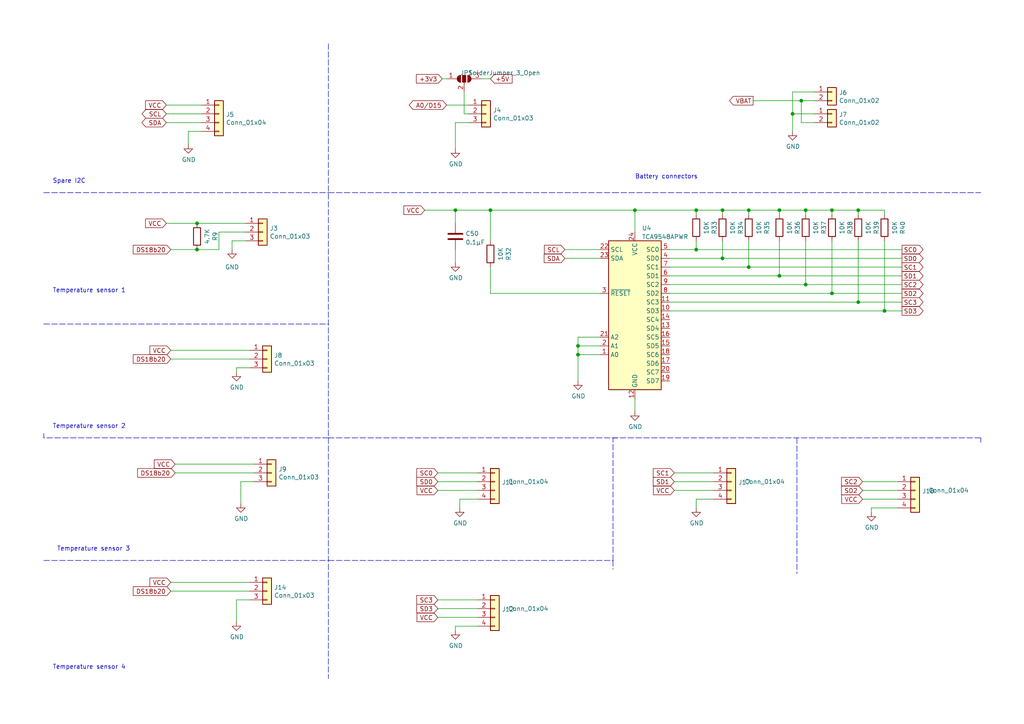
<source format=kicad_sch>
(kicad_sch (version 20211123) (generator eeschema)
  (paper "A4")
  (title_block (title "Open_beehive_scale_board") (date "2022-05-16") (rev "V0.1") (company "Ratamuse"))
  (lib_symbols
    (symbol "Connector_Generic:Conn_01x02" (pin_names (offset 1.016) hide)
      (property "Reference" "J" (at 0 2.54 0))
      (property "Value" "Conn_01x02" (at 0 -5.08 0))
      (symbol "Conn_01x02_1_1"
        (rectangle (start -1.27 -2.413) (end 0 -2.667) (stroke (width 0.1524)))
        (rectangle (start -1.27 0.127) (end 0 -0.127) (stroke (width 0.1524)))
        (rectangle (start -1.27 1.27) (end 1.27 -3.81) (stroke (width 0.254)) (fill (type background)))
        (pin passive line (at -5.08 0 0) (length 3.81) (name "Pin_1") (number "1"))
        (pin passive line (at -5.08 -2.54 0) (length 3.81) (name "Pin_2") (number "2"))
      )
    )
    (symbol "Connector_Generic:Conn_01x03" (pin_names (offset 1.016) hide)
      (property "Reference" "J" (at 0 5.08 0))
      (property "Value" "Conn_01x03" (at 0 -5.08 0))
      (symbol "Conn_01x03_1_1"
        (rectangle (start -1.27 -2.413) (end 0 -2.667) (stroke (width 0.1524)))
        (rectangle (start -1.27 0.127) (end 0 -0.127) (stroke (width 0.1524)))
        (rectangle (start -1.27 2.667) (end 0 2.413) (stroke (width 0.1524)))
        (rectangle (start -1.27 3.81) (end 1.27 -3.81) (stroke (width 0.254)) (fill (type background)))
        (pin passive line (at -5.08 2.54 0) (length 3.81) (name "Pin_1") (number "1"))
        (pin passive line (at -5.08 0 0) (length 3.81) (name "Pin_2") (number "2"))
        (pin passive line (at -5.08 -2.54 0) (length 3.81) (name "Pin_3") (number "3"))
      )
    )
    (symbol "Connector_Generic:Conn_01x04" (pin_names (offset 1.016) hide)
      (property "Reference" "J" (at 0 5.08 0))
      (property "Value" "Conn_01x04" (at 0 -7.62 0))
      (symbol "Conn_01x04_1_1"
        (rectangle (start -1.27 -4.953) (end 0 -5.207) (stroke (width 0.1524)))
        (rectangle (start -1.27 -2.413) (end 0 -2.667) (stroke (width 0.1524)))
        (rectangle (start -1.27 0.127) (end 0 -0.127) (stroke (width 0.1524)))
        (rectangle (start -1.27 2.667) (end 0 2.413) (stroke (width 0.1524)))
        (rectangle (start -1.27 3.81) (end 1.27 -6.35) (stroke (width 0.254)) (fill (type background)))
        (pin passive line (at -5.08 2.54 0) (length 3.81) (name "Pin_1") (number "1"))
        (pin passive line (at -5.08 0 0) (length 3.81) (name "Pin_2") (number "2"))
        (pin passive line (at -5.08 -2.54 0) (length 3.81) (name "Pin_3") (number "3"))
        (pin passive line (at -5.08 -5.08 0) (length 3.81) (name "Pin_4") (number "4"))
      )
    )
    (symbol "Device:C" (pin_numbers hide) (pin_names (offset 0.254))
      (property "Reference" "C" (at 0.635 2.54 0))
      (property "Value" "C" (at 0.635 -2.54 0))
      (symbol "C_0_1"
        (polyline (pts (xy -2.032 -0.762) (xy 2.032 -0.762)) (stroke (width 0.508)))
        (polyline (pts (xy -2.032 0.762) (xy 2.032 0.762)) (stroke (width 0.508)))
      )
      (symbol "C_1_1"
        (pin passive line (at 0 3.81 270) (length 2.794) (name "~") (number "1"))
        (pin passive line (at 0 -3.81 90) (length 2.794) (name "~") (number "2"))
      )
    )
    (symbol "Device:R" (pin_numbers hide) (pin_names (offset 0))
      (property "Reference" "R" (at 2.032 0 90))
      (property "Value" "R" (at 0 0 90))
      (symbol "R_0_1"
        (rectangle (start -1.016 -2.54) (end 1.016 2.54) (stroke (width 0.254)))
      )
      (symbol "R_1_1"
        (pin passive line (at 0 3.81 270) (length 1.27) (name "~") (number "1"))
        (pin passive line (at 0 -3.81 90) (length 1.27) (name "~") (number "2"))
      )
    )
    (symbol "Interface_Expansion:TCA9548APWR"
      (property "Reference" "U" (at -7.62 21.59 0))
      (property "Value" "TCA9548APWR" (at 1.016 21.59 0))
      (symbol "TCA9548APWR_0_1"
        (rectangle (start -7.62 20.32) (end 7.62 -22.86) (stroke (width 0.254)) (fill (type background)))
      )
      (symbol "TCA9548APWR_1_1"
        (pin input line (at -10.16 -12.7 0) (length 2.54) (name "A0") (number "1"))
        (pin bidirectional line (at 10.16 0 180) (length 2.54) (name "SD3") (number "10"))
        (pin output line (at 10.16 2.54 180) (length 2.54) (name "SC3") (number "11"))
        (pin power_in line (at 0 -25.4 90) (length 2.54) (name "GND") (number "12"))
        (pin bidirectional line (at 10.16 -5.08 180) (length 2.54) (name "SD4") (number "13"))
        (pin output line (at 10.16 -2.54 180) (length 2.54) (name "SC4") (number "14"))
        (pin bidirectional line (at 10.16 -10.16 180) (length 2.54) (name "SD5") (number "15"))
        (pin output line (at 10.16 -7.62 180) (length 2.54) (name "SC5") (number "16"))
        (pin bidirectional line (at 10.16 -15.24 180) (length 2.54) (name "SD6") (number "17"))
        (pin output line (at 10.16 -12.7 180) (length 2.54) (name "SC6") (number "18"))
        (pin bidirectional line (at 10.16 -20.32 180) (length 2.54) (name "SD7") (number "19"))
        (pin input line (at -10.16 -10.16 0) (length 2.54) (name "A1") (number "2"))
        (pin output line (at 10.16 -17.78 180) (length 2.54) (name "SC7") (number "20"))
        (pin input line (at -10.16 -7.62 0) (length 2.54) (name "A2") (number "21"))
        (pin input line (at -10.16 17.78 0) (length 2.54) (name "SCL") (number "22"))
        (pin bidirectional line (at -10.16 15.24 0) (length 2.54) (name "SDA") (number "23"))
        (pin power_in line (at 0 22.86 270) (length 2.54) (name "VCC") (number "24"))
        (pin input line (at -10.16 5.08 0) (length 2.54) (name "~{RESET}") (number "3"))
        (pin bidirectional line (at 10.16 15.24 180) (length 2.54) (name "SD0") (number "4"))
        (pin output line (at 10.16 17.78 180) (length 2.54) (name "SC0") (number "5"))
        (pin bidirectional line (at 10.16 10.16 180) (length 2.54) (name "SD1") (number "6"))
        (pin output line (at 10.16 12.7 180) (length 2.54) (name "SC1") (number "7"))
        (pin bidirectional line (at 10.16 5.08 180) (length 2.54) (name "SD2") (number "8"))
        (pin output line (at 10.16 7.62 180) (length 2.54) (name "SC2") (number "9"))
      )
    )
    (symbol "power:GND" (power) (pin_names (offset 0))
      (property "Value" "GND" (at 0 -3.81 0))
      (symbol "GND_0_1"
        (polyline (pts (xy 0 0) (xy 0 -1.27) (xy 1.27 -1.27) (xy 0 -2.54) (xy -1.27 -1.27) (xy 0 -1.27)))
      )
      (symbol "GND_1_1"
        (pin power_in line (at 0 0 270) (length 0) hide (name "GND") (number "1"))
      )
    )
    (symbol "ruche-rescue:SolderJumper_3_Open-Jumper" (pin_names (offset 0) hide)
      (property "Reference" "JP" (at -2.54 -2.54 0))
      (property "Value" "SolderJumper_3_Open-Jumper" (at 0 2.794 0))
      (symbol "SolderJumper_3_Open-Jumper_0_1"
        (arc (start -1.016 1.016) (mid -2.032 0) (end -1.016 -1.016))
        (arc (start -1.016 1.016) (mid -2.032 0) (end -1.016 -1.016) (fill (type outline)))
        (rectangle (start -0.508 1.016) (end 0.508 -1.016) (fill (type outline)))
        (polyline (pts (xy -2.54 0) (xy -2.032 0)))
        (polyline (pts (xy -1.016 1.016) (xy -1.016 -1.016)))
        (polyline (pts (xy 0 -1.27) (xy 0 -1.016)))
        (polyline (pts (xy 1.016 1.016) (xy 1.016 -1.016)))
        (polyline (pts (xy 2.54 0) (xy 2.032 0)))
        (arc (start 1.016 -1.016) (mid 2.032 0) (end 1.016 1.016))
        (arc (start 1.016 -1.016) (mid 2.032 0) (end 1.016 1.016) (fill (type outline)))
      )
      (symbol "SolderJumper_3_Open-Jumper_1_1"
        (pin passive line (at -5.08 0 0) (length 2.54) (name "A") (number "1"))
        (pin input line (at 0 -3.81 90) (length 2.54) (name "C") (number "2"))
        (pin passive line (at 5.08 0 180) (length 2.54) (name "B") (number "3"))
      )
    )
  )
  (junction (at 57.15 72.39))
  (junction (at 142.24 60.96))
  (junction (at 209.55 74.93))
  (junction (at 232.41 29.21))
  (junction (at 256.54 90.17))
  (junction (at 201.93 60.96))
  (junction (at 57.15 64.77))
  (junction (at 248.92 87.63))
  (junction (at 241.3 60.96))
  (junction (at 233.68 82.55))
  (junction (at 217.17 60.96))
  (junction (at 132.08 60.96))
  (junction (at 248.92 60.96))
  (junction (at 226.06 80.01))
  (junction (at 217.17 77.47))
  (junction (at 226.06 60.96))
  (junction (at 229.87 33.02))
  (junction (at 167.64 100.33))
  (junction (at 201.93 72.39))
  (junction (at 233.68 60.96))
  (junction (at 184.15 60.96))
  (junction (at 241.3 85.09))
  (junction (at 209.55 60.96))
  (junction (at 167.64 102.87))
  (wire (pts (xy 68.58 107.95) (xy 68.58 106.68)))
  (wire (pts (xy 49.53 171.45) (xy 72.39 171.45)))
  (wire (pts (xy 194.31 74.93) (xy 209.55 74.93)))
  (wire (pts (xy 127 137.16) (xy 138.43 137.16)))
  (wire (pts (xy 132.08 60.96) (xy 142.24 60.96)))
  (wire (pts (xy 218.44 29.21) (xy 232.41 29.21)))
  (wire (pts (xy 209.55 60.96) (xy 217.17 60.96)))
  (wire (pts (xy 229.87 33.02) (xy 229.87 26.67)))
  (wire (pts (xy 127 142.24) (xy 138.43 142.24)))
  (wire (pts (xy 241.3 60.96) (xy 248.92 60.96)))
  (wire (pts (xy 167.64 97.79) (xy 167.64 100.33)))
  (wire (pts (xy 167.64 100.33) (xy 173.99 100.33)))
  (wire (pts (xy 250.19 144.78) (xy 260.35 144.78)))
  (wire (pts (xy 194.31 80.01) (xy 226.06 80.01)))
  (wire (pts (xy 195.58 139.7) (xy 207.01 139.7)))
  (wire (pts (xy 142.24 85.09) (xy 142.24 77.47)))
  (wire (pts (xy 49.53 168.91) (xy 72.39 168.91)))
  (wire (pts (xy 163.83 72.39) (xy 173.99 72.39)))
  (wire (pts (xy 201.93 147.32) (xy 201.93 144.78)))
  (wire (pts (xy 195.58 142.24) (xy 207.01 142.24)))
  (polyline (pts (xy 12.7 93.98) (xy 95.25 93.98)))
  (wire (pts (xy 49.53 72.39) (xy 57.15 72.39)))
  (wire (pts (xy 194.31 72.39) (xy 201.93 72.39)))
  (wire (pts (xy 135.89 35.56) (xy 132.08 35.56)))
  (wire (pts (xy 195.58 137.16) (xy 207.01 137.16)))
  (wire (pts (xy 132.08 182.88) (xy 132.08 181.61)))
  (polyline (pts (xy 177.8 55.88) (xy 284.48 55.88)))
  (wire (pts (xy 128.27 22.86) (xy 129.54 22.86)))
  (polyline (pts (xy 12.7 162.56) (xy 95.25 162.56)))
  (wire (pts (xy 167.64 100.33) (xy 167.64 102.87)))
  (wire (pts (xy 201.93 69.85) (xy 201.93 72.39)))
  (wire (pts (xy 250.19 139.7) (xy 260.35 139.7)))
  (wire (pts (xy 71.12 64.77) (xy 57.15 64.77)))
  (wire (pts (xy 226.06 60.96) (xy 233.68 60.96)))
  (wire (pts (xy 194.31 85.09) (xy 241.3 85.09)))
  (wire (pts (xy 132.08 35.56) (xy 132.08 43.18)))
  (wire (pts (xy 134.62 33.02) (xy 135.89 33.02)))
  (wire (pts (xy 127 173.99) (xy 138.43 173.99)))
  (wire (pts (xy 142.24 60.96) (xy 184.15 60.96)))
  (wire (pts (xy 71.12 69.85) (xy 67.31 69.85)))
  (wire (pts (xy 209.55 69.85) (xy 209.55 74.93)))
  (wire (pts (xy 252.73 148.59) (xy 252.73 147.32)))
  (wire (pts (xy 194.31 82.55) (xy 233.68 82.55)))
  (wire (pts (xy 132.08 60.96) (xy 132.08 64.77)))
  (wire (pts (xy 50.8 137.16) (xy 73.66 137.16)))
  (wire (pts (xy 134.62 26.67) (xy 134.62 33.02)))
  (wire (pts (xy 58.42 33.02) (xy 48.26 33.02)))
  (wire (pts (xy 241.3 60.96) (xy 241.3 62.23)))
  (wire (pts (xy 233.68 60.96) (xy 233.68 62.23)))
  (wire (pts (xy 133.35 144.78) (xy 133.35 147.32)))
  (polyline (pts (xy 177.8 162.56) (xy 177.8 127)))
  (wire (pts (xy 248.92 60.96) (xy 256.54 60.96)))
  (wire (pts (xy 229.87 33.02) (xy 236.22 33.02)))
  (wire (pts (xy 63.5 67.31) (xy 63.5 72.39)))
  (wire (pts (xy 248.92 60.96) (xy 248.92 62.23)))
  (wire (pts (xy 184.15 67.31) (xy 184.15 60.96)))
  (wire (pts (xy 209.55 74.93) (xy 261.62 74.93)))
  (wire (pts (xy 139.7 22.86) (xy 142.24 22.86)))
  (wire (pts (xy 58.42 38.1) (xy 54.61 38.1)))
  (wire (pts (xy 127 179.07) (xy 138.43 179.07)))
  (wire (pts (xy 57.15 72.39) (xy 63.5 72.39)))
  (wire (pts (xy 138.43 144.78) (xy 133.35 144.78)))
  (wire (pts (xy 232.41 35.56) (xy 236.22 35.56)))
  (polyline (pts (xy 12.7 125.73) (xy 12.7 127)))
  (wire (pts (xy 69.85 139.7) (xy 69.85 146.05)))
  (wire (pts (xy 184.15 60.96) (xy 201.93 60.96)))
  (wire (pts (xy 229.87 26.67) (xy 236.22 26.67)))
  (wire (pts (xy 67.31 69.85) (xy 67.31 72.39)))
  (wire (pts (xy 233.68 82.55) (xy 261.62 82.55)))
  (wire (pts (xy 123.19 60.96) (xy 132.08 60.96)))
  (polyline (pts (xy 177.8 162.56) (xy 177.8 165.1)))
  (polyline (pts (xy 284.48 127) (xy 284.48 128.27)))
  (wire (pts (xy 194.31 77.47) (xy 217.17 77.47)))
  (wire (pts (xy 73.66 139.7) (xy 69.85 139.7)))
  (wire (pts (xy 226.06 80.01) (xy 261.62 80.01)))
  (wire (pts (xy 48.26 35.56) (xy 58.42 35.56)))
  (polyline (pts (xy 95.25 127) (xy 284.48 127)))
  (wire (pts (xy 163.83 74.93) (xy 173.99 74.93)))
  (wire (pts (xy 217.17 60.96) (xy 226.06 60.96)))
  (polyline (pts (xy 95.25 55.88) (xy 177.8 55.88)))
  (wire (pts (xy 72.39 106.68) (xy 68.58 106.68)))
  (polyline (pts (xy 95.25 127) (xy 12.7 127)))
  (wire (pts (xy 233.68 60.96) (xy 241.3 60.96)))
  (wire (pts (xy 226.06 69.85) (xy 226.06 80.01)))
  (wire (pts (xy 194.31 87.63) (xy 248.92 87.63)))
  (wire (pts (xy 252.73 147.32) (xy 260.35 147.32)))
  (wire (pts (xy 127 176.53) (xy 138.43 176.53)))
  (wire (pts (xy 68.58 173.99) (xy 68.58 180.34)))
  (wire (pts (xy 48.26 30.48) (xy 58.42 30.48)))
  (wire (pts (xy 233.68 69.85) (xy 233.68 82.55)))
  (wire (pts (xy 132.08 72.39) (xy 132.08 76.2)))
  (polyline (pts (xy 95.25 12.7) (xy 95.25 196.85)))
  (wire (pts (xy 217.17 69.85) (xy 217.17 77.47)))
  (wire (pts (xy 248.92 69.85) (xy 248.92 87.63)))
  (wire (pts (xy 232.41 35.56) (xy 232.41 29.21)))
  (wire (pts (xy 229.87 33.02) (xy 229.87 38.1)))
  (wire (pts (xy 71.12 67.31) (xy 63.5 67.31)))
  (wire (pts (xy 201.93 72.39) (xy 261.62 72.39)))
  (wire (pts (xy 201.93 144.78) (xy 207.01 144.78)))
  (wire (pts (xy 201.93 60.96) (xy 209.55 60.96)))
  (wire (pts (xy 256.54 90.17) (xy 261.62 90.17)))
  (wire (pts (xy 194.31 90.17) (xy 256.54 90.17)))
  (wire (pts (xy 217.17 77.47) (xy 261.62 77.47)))
  (polyline (pts (xy 95.25 162.56) (xy 177.8 162.56)))
  (wire (pts (xy 72.39 173.99) (xy 68.58 173.99)))
  (polyline (pts (xy 231.14 127) (xy 231.14 166.37)))
  (wire (pts (xy 209.55 60.96) (xy 209.55 62.23)))
  (wire (pts (xy 250.19 142.24) (xy 260.35 142.24)))
  (wire (pts (xy 49.53 104.14) (xy 72.39 104.14)))
  (wire (pts (xy 201.93 60.96) (xy 201.93 62.23)))
  (wire (pts (xy 57.15 64.77) (xy 48.26 64.77)))
  (polyline (pts (xy 12.7 55.88) (xy 95.25 55.88)))
  (wire (pts (xy 241.3 85.09) (xy 261.62 85.09)))
  (wire (pts (xy 142.24 69.85) (xy 142.24 60.96)))
  (wire (pts (xy 256.54 60.96) (xy 256.54 62.23)))
  (wire (pts (xy 256.54 69.85) (xy 256.54 90.17)))
  (wire (pts (xy 129.54 30.48) (xy 135.89 30.48)))
  (wire (pts (xy 50.8 134.62) (xy 73.66 134.62)))
  (wire (pts (xy 49.53 101.6) (xy 72.39 101.6)))
  (wire (pts (xy 54.61 38.1) (xy 54.61 41.91)))
  (wire (pts (xy 173.99 85.09) (xy 142.24 85.09)))
  (wire (pts (xy 173.99 97.79) (xy 167.64 97.79)))
  (wire (pts (xy 248.92 87.63) (xy 261.62 87.63)))
  (wire (pts (xy 127 139.7) (xy 138.43 139.7)))
  (wire (pts (xy 226.06 60.96) (xy 226.06 62.23)))
  (polyline (pts (xy 177.8 127) (xy 179.07 127)))
  (wire (pts (xy 232.41 29.21) (xy 236.22 29.21)))
  (wire (pts (xy 132.08 181.61) (xy 138.43 181.61)))
  (wire (pts (xy 184.15 115.57) (xy 184.15 119.38)))
  (wire (pts (xy 167.64 102.87) (xy 173.99 102.87)))
  (wire (pts (xy 241.3 69.85) (xy 241.3 85.09)))
  (wire (pts (xy 217.17 60.96) (xy 217.17 62.23)))
  (wire (pts (xy 167.64 102.87) (xy 167.64 110.49)))
  (text "Temperature sensor 2\n" (at 15.24 124.46 0) (effects (font (size 1.27 1.27)) (justify left bottom)))
  (text "Battery connectors" (at 184.15 52.07 0) (effects (font (size 1.27 1.27)) (justify left bottom)))
  (text "Spare I2C" (at 15.24 53.34 0) (effects (font (size 1.27 1.27)) (justify left bottom)))
  (text "Temperature sensor 1" (at 15.24 85.09 0) (effects (font (size 1.27 1.27)) (justify left bottom)))
  (text "Temperature sensor 3\n" (at 16.51 160.02 0) (effects (font (size 1.27 1.27)) (justify left bottom)))
  (text "Temperature sensor 4" (at 15.24 194.31 0) (effects (font (size 1.27 1.27)) (justify left bottom)))
  (global_label "SD1" (shape input) (at 195.58 139.7 180) (property "Intersheet References" "${INTERSHEET_REFS}" (effects hide)))
  (global_label "VCC" (shape input) (at 195.58 142.24 180) (property "Intersheet References" "${INTERSHEET_REFS}" (effects hide)))
  (global_label "SD3" (shape output) (at 261.62 90.17 0) (property "Intersheet References" "${INTERSHEET_REFS}" (effects hide)))
  (global_label "SC2" (shape output) (at 261.62 82.55 0) (property "Intersheet References" "${INTERSHEET_REFS}" (effects hide)))
  (global_label "VCC" (shape input) (at 250.19 144.78 180) (property "Intersheet References" "${INTERSHEET_REFS}" (effects hide)))
  (global_label "SD2" (shape input) (at 250.19 142.24 180) (property "Intersheet References" "${INTERSHEET_REFS}" (effects hide)))
  (global_label "+3V3" (shape input) (at 128.27 22.86 180) (property "Intersheet References" "${INTERSHEET_REFS}" (effects hide)))
  (global_label "DS18b20" (shape input) (at 49.53 171.45 180) (property "Intersheet References" "${INTERSHEET_REFS}" (effects hide)))
  (global_label "DS18b20" (shape input) (at 50.8 137.16 180) (property "Intersheet References" "${INTERSHEET_REFS}" (effects hide)))
  (global_label "SCL" (shape bidirectional) (at 48.26 33.02 180) (property "Intersheet References" "${INTERSHEET_REFS}" (effects hide)))
  (global_label "VBAT" (shape output) (at 218.44 29.21 180) (property "Intersheet References" "${INTERSHEET_REFS}" (effects hide)))
  (global_label "VCC" (shape input) (at 127 142.24 180) (property "Intersheet References" "${INTERSHEET_REFS}" (effects hide)))
  (global_label "SD2" (shape output) (at 261.62 85.09 0) (property "Intersheet References" "${INTERSHEET_REFS}" (effects hide)))
  (global_label "SC1" (shape output) (at 261.62 77.47 0) (property "Intersheet References" "${INTERSHEET_REFS}" (effects hide)))
  (global_label "+5V" (shape input) (at 142.24 22.86 0) (property "Intersheet References" "${INTERSHEET_REFS}" (effects hide)))
  (global_label "SDA" (shape input) (at 163.83 74.93 180) (property "Intersheet References" "${INTERSHEET_REFS}" (effects hide)))
  (global_label "VCC" (shape input) (at 50.8 134.62 180) (property "Intersheet References" "${INTERSHEET_REFS}" (effects hide)))
  (global_label "VCC" (shape input) (at 127 179.07 180) (property "Intersheet References" "${INTERSHEET_REFS}" (effects hide)))
  (global_label "VCC" (shape input) (at 48.26 30.48 180) (property "Intersheet References" "${INTERSHEET_REFS}" (effects hide)))
  (global_label "SC0" (shape output) (at 261.62 72.39 0) (property "Intersheet References" "${INTERSHEET_REFS}" (effects hide)))
  (global_label "VCC" (shape input) (at 48.26 64.77 180) (property "Intersheet References" "${INTERSHEET_REFS}" (effects hide)))
  (global_label "DS18b20" (shape input) (at 49.53 104.14 180) (property "Intersheet References" "${INTERSHEET_REFS}" (effects hide)))
  (global_label "SD1" (shape output) (at 261.62 80.01 0) (property "Intersheet References" "${INTERSHEET_REFS}" (effects hide)))
  (global_label "VCC" (shape input) (at 49.53 101.6 180) (property "Intersheet References" "${INTERSHEET_REFS}" (effects hide)))
  (global_label "SC3" (shape input) (at 127 173.99 180) (property "Intersheet References" "${INTERSHEET_REFS}" (effects hide)))
  (global_label "DS18b20" (shape input) (at 49.53 72.39 180) (property "Intersheet References" "${INTERSHEET_REFS}" (effects hide)))
  (global_label "SC2" (shape input) (at 250.19 139.7 180) (property "Intersheet References" "${INTERSHEET_REFS}" (effects hide)))
  (global_label "SD3" (shape input) (at 127 176.53 180) (property "Intersheet References" "${INTERSHEET_REFS}" (effects hide)))
  (global_label "A0{slash}D15" (shape bidirectional) (at 129.54 30.48 180) (property "Intersheet References" "${INTERSHEET_REFS}" (effects hide)))
  (global_label "SCL" (shape input) (at 163.83 72.39 180) (property "Intersheet References" "${INTERSHEET_REFS}" (effects hide)))
  (global_label "SD0" (shape input) (at 127 139.7 180) (property "Intersheet References" "${INTERSHEET_REFS}" (effects hide)))
  (global_label "SC1" (shape input) (at 195.58 137.16 180) (property "Intersheet References" "${INTERSHEET_REFS}" (effects hide)))
  (global_label "VCC" (shape input) (at 123.19 60.96 180) (property "Intersheet References" "${INTERSHEET_REFS}" (effects hide)))
  (global_label "SC0" (shape input) (at 127 137.16 180) (property "Intersheet References" "${INTERSHEET_REFS}" (effects hide)))
  (global_label "VCC" (shape input) (at 49.53 168.91 180) (property "Intersheet References" "${INTERSHEET_REFS}" (effects hide)))
  (global_label "SD0" (shape output) (at 261.62 74.93 0) (property "Intersheet References" "${INTERSHEET_REFS}" (effects hide)))
  (global_label "SC3" (shape output) (at 261.62 87.63 0) (property "Intersheet References" "${INTERSHEET_REFS}" (effects hide)))
  (global_label "SDA" (shape bidirectional) (at 48.26 35.56 180) (property "Intersheet References" "${INTERSHEET_REFS}" (effects hide)))
  (symbol (lib_id "power:GND") (at 54.61 41.91 0) (unit 1)
    (property "Reference" "#PWR0128" (effects hide))
    (property "Value" "GND" (at 54.737 46.3042 0))
  )
  (symbol (lib_id "Connector_Generic:Conn_01x04") (at 143.51 176.53 0) (unit 1)
    (property "Reference" "J12" (at 145.542 176.7332 0) (effects (justify left)))
    (property "Value" "Conn_01x04" (at 147.32 176.53 0) (effects (justify left)))
    (property "Footprint" "Connector_JST:JST_PH_B4B-PH-K_1x04_P2.00mm_Vertical" (effects hide))
  )
  (symbol (lib_id "power:GND") (at 69.85 146.05 0) (unit 1)
    (property "Reference" "#PWR0109" (effects hide))
    (property "Value" "GND" (at 69.977 150.4442 0))
  )
  (symbol (lib_id "power:GND") (at 184.15 119.38 0) (unit 1)
    (property "Reference" "#PWR0104" (effects hide))
    (property "Value" "GND" (at 184.277 123.7742 0))
  )
  (symbol (lib_id "Device:R") (at 233.68 66.04 180) (unit 1)
    (property "Reference" "R37" (at 238.9378 66.04 90))
    (property "Value" "10K" (at 236.6264 66.04 90))
    (property "Footprint" "Resistor_SMD:R_0603_1608Metric" (effects hide))
  )
  (symbol (lib_id "Device:C") (at 132.08 68.58 0) (unit 1)
    (property "Reference" "C50" (at 135.001 67.7453 0) (effects (justify left)))
    (property "Value" "0.1µF" (at 135.001 70.2822 0) (effects (justify left)))
    (property "Footprint" "Capacitor_SMD:C_0603_1608Metric" (effects hide))
  )
  (symbol (lib_id "Connector_Generic:Conn_01x04") (at 265.43 142.24 0) (unit 1)
    (property "Reference" "J18" (at 267.462 142.4432 0) (effects (justify left)))
    (property "Value" "Conn_01x04" (at 269.24 142.24 0) (effects (justify left)))
    (property "Footprint" "Connector_JST:JST_PH_B4B-PH-K_1x04_P2.00mm_Vertical" (effects hide))
  )
  (symbol (lib_id "Connector_Generic:Conn_01x03") (at 140.97 33.02 0) (unit 1)
    (property "Reference" "J4" (at 143.002 31.9532 0) (effects (justify left)))
    (property "Value" "Conn_01x03" (at 143.002 34.2646 0) (effects (justify left)))
    (property "Footprint" "Connector_JST:JST_PH_B3B-PH-K_1x03_P2.00mm_Vertical" (effects hide))
  )
  (symbol (lib_id "Connector_Generic:Conn_01x03") (at 76.2 67.31 0) (unit 1)
    (property "Reference" "J3" (at 78.232 66.2432 0) (effects (justify left)))
    (property "Value" "Conn_01x03" (at 78.232 68.5546 0) (effects (justify left)))
    (property "Footprint" "Connector_JST:JST_PH_B3B-PH-K_1x03_P2.00mm_Vertical" (effects hide))
  )
  (symbol (lib_id "Device:R") (at 226.06 66.04 180) (unit 1)
    (property "Reference" "R36" (at 231.3178 66.04 90))
    (property "Value" "10K" (at 229.0064 66.04 90))
    (property "Footprint" "Resistor_SMD:R_0603_1608Metric" (effects hide))
  )
  (symbol (lib_id "power:GND") (at 132.08 182.88 0) (unit 1)
    (property "Reference" "#PWR0190" (effects hide))
    (property "Value" "GND" (at 132.207 187.2742 0))
  )
  (symbol (lib_id "ruche-rescue:SolderJumper_3_Open-Jumper") (at 134.62 22.86 0) (unit 1)
    (property "Reference" "JP1" (at 133.4516 21.1328 0) (effects (justify left)))
    (property "Value" "SolderJumper_3_Open" (at 135.763 21.1328 0) (effects (justify left)))
    (property "Footprint" "Jumper:SolderJumper-3_P1.3mm_Open_RoundedPad1.0x1.5mm_NumberLabels" (effects hide))
  )
  (symbol (lib_id "power:GND") (at 133.35 147.32 0) (unit 1)
    (property "Reference" "#PWR0141" (effects hide))
    (property "Value" "GND" (at 133.477 151.7142 0))
  )
  (symbol (lib_id "Connector_Generic:Conn_01x03") (at 78.74 137.16 0) (unit 1)
    (property "Reference" "J9" (at 80.772 136.0932 0) (effects (justify left)))
    (property "Value" "Conn_01x03" (at 80.772 138.4046 0) (effects (justify left)))
    (property "Footprint" "Connector_JST:JST_PH_B3B-PH-K_1x03_P2.00mm_Vertical" (effects hide))
  )
  (symbol (lib_id "Device:R") (at 57.15 68.58 180) (unit 1)
    (property "Reference" "R9" (at 62.4078 68.58 90))
    (property "Value" "4.7K" (at 60.0964 68.58 90))
    (property "Footprint" "Resistor_SMD:R_0603_1608Metric" (effects hide))
  )
  (symbol (lib_id "Device:R") (at 217.17 66.04 180) (unit 1)
    (property "Reference" "R35" (at 222.4278 66.04 90))
    (property "Value" "10K" (at 220.1164 66.04 90))
    (property "Footprint" "Resistor_SMD:R_0603_1608Metric" (effects hide))
  )
  (symbol (lib_id "power:GND") (at 132.08 76.2 0) (unit 1)
    (property "Reference" "#PWR0191" (effects hide))
    (property "Value" "GND" (at 132.207 80.5942 0))
  )
  (symbol (lib_id "Device:R") (at 256.54 66.04 180) (unit 1)
    (property "Reference" "R40" (at 261.7978 66.04 90))
    (property "Value" "10K" (at 259.4864 66.04 90))
    (property "Footprint" "Resistor_SMD:R_0603_1608Metric" (effects hide))
  )
  (symbol (lib_id "power:GND") (at 132.08 43.18 0) (unit 1)
    (property "Reference" "#PWR0127" (effects hide))
    (property "Value" "GND" (at 132.207 47.5742 0))
  )
  (symbol (lib_id "Device:R") (at 142.24 73.66 180) (unit 1)
    (property "Reference" "R32" (at 147.4978 73.66 90))
    (property "Value" "10K" (at 145.1864 73.66 90))
    (property "Footprint" "Resistor_SMD:R_0603_1608Metric" (effects hide))
  )
  (symbol (lib_id "Connector_Generic:Conn_01x04") (at 143.51 139.7 0) (unit 1)
    (property "Reference" "J11" (at 145.542 139.9032 0) (effects (justify left)))
    (property "Value" "Conn_01x04" (at 147.32 139.7 0) (effects (justify left)))
    (property "Footprint" "Connector_JST:JST_PH_B4B-PH-K_1x04_P2.00mm_Vertical" (effects hide))
  )
  (symbol (lib_id "power:GND") (at 68.58 107.95 0) (unit 1)
    (property "Reference" "#PWR0102" (effects hide))
    (property "Value" "GND" (at 68.707 112.3442 0))
  )
  (symbol (lib_id "Device:R") (at 248.92 66.04 180) (unit 1)
    (property "Reference" "R39" (at 254.1778 66.04 90))
    (property "Value" "10K" (at 251.8664 66.04 90))
    (property "Footprint" "Resistor_SMD:R_0603_1608Metric" (effects hide))
  )
  (symbol (lib_id "Device:R") (at 209.55 66.04 180) (unit 1)
    (property "Reference" "R34" (at 214.8078 66.04 90))
    (property "Value" "10K" (at 212.4964 66.04 90))
    (property "Footprint" "Resistor_SMD:R_0603_1608Metric" (effects hide))
  )
  (symbol (lib_id "power:GND") (at 67.31 72.39 0) (unit 1)
    (property "Reference" "#PWR0140" (effects hide))
    (property "Value" "GND" (at 67.31 77.47 0))
  )
  (symbol (lib_id "Connector_Generic:Conn_01x04") (at 212.09 139.7 0) (unit 1)
    (property "Reference" "J17" (at 214.122 139.9032 0) (effects (justify left)))
    (property "Value" "Conn_01x04" (at 215.9 139.7 0) (effects (justify left)))
    (property "Footprint" "Connector_JST:JST_PH_B4B-PH-K_1x04_P2.00mm_Vertical" (effects hide))
  )
  (symbol (lib_id "Device:R") (at 241.3 66.04 180) (unit 1)
    (property "Reference" "R38" (at 246.5578 66.04 90))
    (property "Value" "10K" (at 244.2464 66.04 90))
    (property "Footprint" "Resistor_SMD:R_0603_1608Metric" (effects hide))
  )
  (symbol (lib_id "Connector_Generic:Conn_01x03") (at 77.47 171.45 0) (unit 1)
    (property "Reference" "J14" (at 79.502 170.3832 0) (effects (justify left)))
    (property "Value" "Conn_01x03" (at 79.502 172.6946 0) (effects (justify left)))
    (property "Footprint" "Connector_JST:JST_PH_B3B-PH-K_1x03_P2.00mm_Vertical" (effects hide))
  )
  (symbol (lib_id "power:GND") (at 252.73 148.59 0) (unit 1)
    (property "Reference" "#PWR0121" (effects hide))
    (property "Value" "GND" (at 252.857 152.9842 0))
  )
  (symbol (lib_id "power:GND") (at 229.87 38.1 0) (unit 1)
    (property "Reference" "#PWR0103" (effects hide))
    (property "Value" "GND" (at 229.997 42.4942 0))
  )
  (symbol (lib_id "Connector_Generic:Conn_01x03") (at 77.47 104.14 0) (unit 1)
    (property "Reference" "J8" (at 79.502 103.0732 0) (effects (justify left)))
    (property "Value" "Conn_01x03" (at 79.502 105.3846 0) (effects (justify left)))
    (property "Footprint" "Connector_JST:JST_PH_B3B-PH-K_1x03_P2.00mm_Vertical" (effects hide))
  )
  (symbol (lib_id "Connector_Generic:Conn_01x02") (at 241.3 33.02 0) (unit 1)
    (property "Reference" "J7" (at 243.332 33.2232 0) (effects (justify left)))
    (property "Value" "Conn_01x02" (at 243.332 35.5346 0) (effects (justify left)))
    (property "Footprint" "Connector_JST:JST_PH_B2B-PH-K_1x02_P2.00mm_Vertical" (effects hide))
  )
  (symbol (lib_id "Connector_Generic:Conn_01x02") (at 241.3 26.67 0) (unit 1)
    (property "Reference" "J6" (at 243.332 26.8732 0) (effects (justify left)))
    (property "Value" "Conn_01x02" (at 243.332 29.1846 0) (effects (justify left)))
    (property "Footprint" "Connector_JST:JST_PH_B2B-PH-K_1x02_P2.00mm_Vertical" (effects hide))
  )
  (symbol (lib_id "Interface_Expansion:TCA9548APWR") (at 184.15 90.17 0) (unit 1)
    (property "Reference" "U4" (at 186.1694 66.1502 0) (effects (justify left)))
    (property "Value" "TCA9548APWR" (at 186.1694 68.6871 0) (effects (justify left)))
    (property "Footprint" "Package_SO:TSSOP-24_4.4x7.8mm_P0.65mm" (effects hide))
    (property "Datasheet" "http://www.ti.com/lit/ds/symlink/tca9548a.pdf" (effects hide))
  )
  (symbol (lib_id "Connector_Generic:Conn_01x04") (at 63.5 33.02 0) (unit 1)
    (property "Reference" "J5" (at 65.532 33.2232 0) (effects (justify left)))
    (property "Value" "Conn_01x04" (at 65.532 35.5346 0) (effects (justify left)))
    (property "Footprint" "Connector_JST:JST_PH_B4B-PH-K_1x04_P2.00mm_Vertical" (effects hide))
  )
  (symbol (lib_id "Device:R") (at 201.93 66.04 180) (unit 1)
    (property "Reference" "R33" (at 207.1878 66.04 90))
    (property "Value" "10K" (at 204.8764 66.04 90))
    (property "Footprint" "Resistor_SMD:R_0603_1608Metric" (effects hide))
  )
  (symbol (lib_id "power:GND") (at 68.58 180.34 0) (unit 1)
    (property "Reference" "#PWR0122" (effects hide))
    (property "Value" "GND" (at 68.707 184.7342 0))
  )
  (symbol (lib_id "power:GND") (at 201.93 147.32 0) (unit 1)
    (property "Reference" "#PWR0124" (effects hide))
    (property "Value" "GND" (at 202.057 151.7142 0))
  )
  (symbol (lib_id "power:GND") (at 167.64 110.49 0) (unit 1)
    (property "Reference" "#PWR0112" (effects hide))
    (property "Value" "GND" (at 167.767 114.8842 0))
  )
)
</source>
